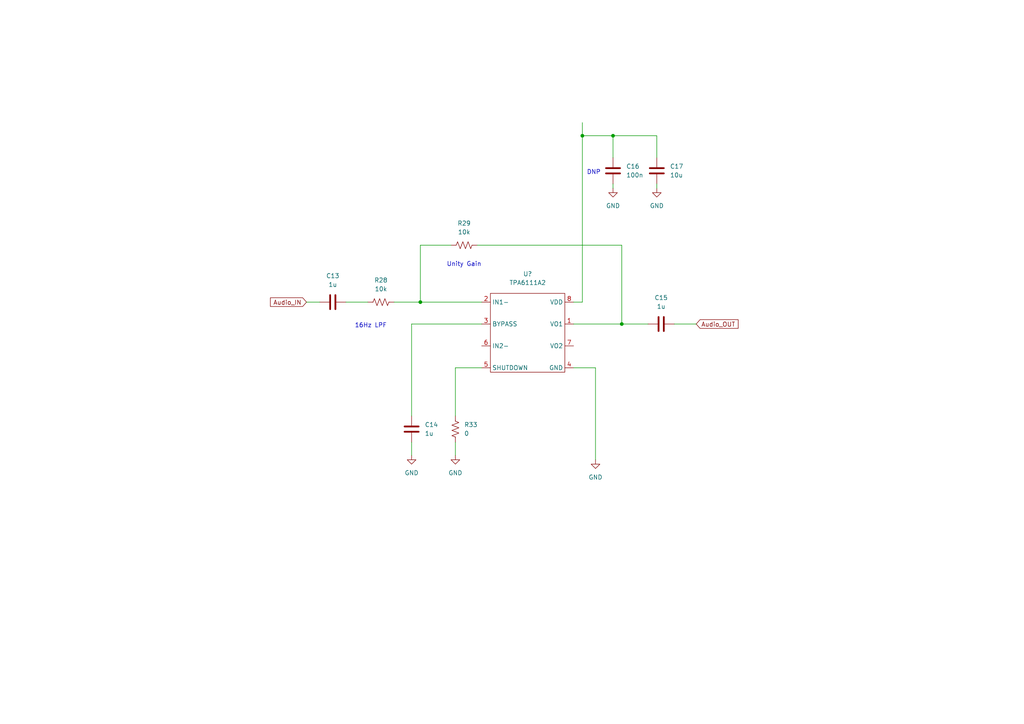
<source format=kicad_sch>
(kicad_sch (version 20211123) (generator eeschema)
  (paper "A4")
  (lib_symbols
    (symbol "Device:C" (pin_numbers hide) (pin_names (offset 0.254))
      (property "Reference" "C" (at 0.635 2.54 0))
      (property "Value" "C" (at 0.635 -2.54 0))
      (symbol "C_0_1"
        (polyline (pts (xy -2.032 -0.762) (xy 2.032 -0.762)) (stroke (width 0.508)))
        (polyline (pts (xy -2.032 0.762) (xy 2.032 0.762)) (stroke (width 0.508)))
      )
      (symbol "C_1_1"
        (pin passive line (at 0 3.81 270) (length 2.794) (name "~") (number "1"))
        (pin passive line (at 0 -3.81 90) (length 2.794) (name "~") (number "2"))
      )
    )
    (symbol "Device:R_US" (pin_numbers hide) (pin_names (offset 0))
      (property "Reference" "R" (at 2.54 0 90))
      (property "Value" "R_US" (at -2.54 0 90))
      (symbol "R_US_0_1"
        (polyline (pts (xy 0 -2.286) (xy 0 -2.54)))
        (polyline (pts (xy 0 2.286) (xy 0 2.54)))
        (polyline (pts (xy 0 -0.762) (xy 1.016 -1.143) (xy 0 -1.524) (xy -1.016 -1.905) (xy 0 -2.286)))
        (polyline (pts (xy 0 0.762) (xy 1.016 0.381) (xy 0 0) (xy -1.016 -0.381) (xy 0 -0.762)))
        (polyline (pts (xy 0 2.286) (xy 1.016 1.905) (xy 0 1.524) (xy -1.016 1.143) (xy 0 0.762)))
      )
      (symbol "R_US_1_1"
        (pin passive line (at 0 3.81 270) (length 1.27) (name "~") (number "1"))
        (pin passive line (at 0 -3.81 90) (length 1.27) (name "~") (number "2"))
      )
    )
    (symbol "TPA6111A2_Project:TPA6111A2"
      (property "Reference" "U" (at 3.81 26.67 0))
      (property "Value" "TPA6111A2" (at 7.62 24.13 0))
      (symbol "TPA6111A2_0_0"
        (pin passive line (at 26.67 13.97 180) (length 2.54) (name "VO1") (number "1"))
        (pin passive line (at 0 20.32 0) (length 2.54) (name "IN1-") (number "2"))
        (pin passive line (at 0 13.97 0) (length 2.54) (name "BYPASS") (number "3"))
        (pin passive line (at 26.67 1.27 180) (length 2.54) (name "GND") (number "4"))
        (pin passive line (at 0 1.27 0) (length 2.54) (name "SHUTDOWN") (number "5"))
        (pin passive line (at 0 7.62 0) (length 2.54) (name "IN2-") (number "6"))
        (pin passive line (at 26.67 7.62 180) (length 2.54) (name "VO2") (number "7"))
        (pin passive line (at 26.67 20.32 180) (length 2.54) (name "VDD") (number "8"))
      )
      (symbol "TPA6111A2_0_1"
        (rectangle (start 2.54 22.86) (end 24.13 0))
      )
    )
    (symbol "power:GND" (power) (pin_names (offset 0))
      (property "Value" "GND" (at 0 -3.81 0))
      (symbol "GND_0_1"
        (polyline (pts (xy 0 0) (xy 0 -1.27) (xy 1.27 -1.27) (xy 0 -2.54) (xy -1.27 -1.27) (xy 0 -1.27)))
      )
      (symbol "GND_1_1"
        (pin power_in line (at 0 0 270) (length 0) hide (name "GND") (number "1"))
      )
    )
  )
  (junction (at 180.34 93.98))
  (junction (at 121.92 87.63))
  (junction (at 177.8 39.37))
  (junction (at 168.91 39.37))
  (wire (pts (xy 195.58 93.98) (xy 201.93 93.98)))
  (wire (pts (xy 180.34 93.98) (xy 180.34 71.12)))
  (wire (pts (xy 166.37 106.68) (xy 172.72 106.68)))
  (wire (pts (xy 190.5 53.34) (xy 190.5 54.61)))
  (wire (pts (xy 114.3 87.63) (xy 121.92 87.63)))
  (wire (pts (xy 180.34 93.98) (xy 187.96 93.98)))
  (wire (pts (xy 132.08 128.27) (xy 132.08 132.08)))
  (wire (pts (xy 177.8 53.34) (xy 177.8 54.61)))
  (wire (pts (xy 172.72 106.68) (xy 172.72 133.35)))
  (wire (pts (xy 190.5 39.37) (xy 177.8 39.37)))
  (wire (pts (xy 166.37 87.63) (xy 168.91 87.63)))
  (wire (pts (xy 132.08 120.65) (xy 132.08 106.68)))
  (wire (pts (xy 119.38 93.98) (xy 139.7 93.98)))
  (wire (pts (xy 88.9 87.63) (xy 92.71 87.63)))
  (wire (pts (xy 121.92 87.63) (xy 139.7 87.63)))
  (wire (pts (xy 119.38 128.27) (xy 119.38 132.08)))
  (wire (pts (xy 132.08 106.68) (xy 139.7 106.68)))
  (wire (pts (xy 100.33 87.63) (xy 106.68 87.63)))
  (wire (pts (xy 121.92 71.12) (xy 121.92 87.63)))
  (wire (pts (xy 130.81 71.12) (xy 121.92 71.12)))
  (wire (pts (xy 166.37 93.98) (xy 180.34 93.98)))
  (wire (pts (xy 119.38 93.98) (xy 119.38 120.65)))
  (wire (pts (xy 168.91 35.56) (xy 168.91 39.37)))
  (wire (pts (xy 168.91 39.37) (xy 168.91 87.63)))
  (wire (pts (xy 180.34 71.12) (xy 138.43 71.12)))
  (wire (pts (xy 177.8 45.72) (xy 177.8 39.37)))
  (wire (pts (xy 190.5 45.72) (xy 190.5 39.37)))
  (wire (pts (xy 177.8 39.37) (xy 168.91 39.37)))
  (text "16Hz LPF" (at 102.87 95.25 0) (effects (font (size 1.27 1.27)) (justify left bottom)))
  (text "DNP" (at 170.18 50.8 0) (effects (font (size 1.27 1.27)) (justify left bottom)))
  (text "Unity Gain" (at 129.54 77.47 0) (effects (font (size 1.27 1.27)) (justify left bottom)))
  (global_label "Audio_OUT" (shape input) (at 201.93 93.98 0) (property "Intersheet References" "${INTERSHEET_REFS}" (effects hide)))
  (global_label "Audio_IN" (shape input) (at 88.9 87.63 180) (property "Intersheet References" "${INTERSHEET_REFS}" (effects hide)))
  (symbol (lib_id "Device:C") (at 119.38 124.46 0) (unit 1)
    (property "Reference" "C14" (at 123.19 123.1899 0) (effects (justify left)))
    (property "Value" "1u" (at 123.19 125.7299 0) (effects (justify left)))
  )
  (symbol (lib_id "Device:C") (at 96.52 87.63 90) (unit 1)
    (property "Reference" "C13" (at 96.52 80.01 90))
    (property "Value" "1u" (at 96.52 82.55 90))
  )
  (symbol (lib_id "Device:R_US") (at 134.62 71.12 90) (unit 1)
    (property "Reference" "R29" (at 134.62 64.77 90))
    (property "Value" "10k" (at 134.62 67.31 90))
  )
  (symbol (lib_id "power:GND") (at 132.08 132.08 0) (unit 1)
    (property "Reference" "#PWR?" (effects hide))
    (property "Value" "GND" (at 132.08 137.16 0))
  )
  (symbol (lib_id "Device:R_US") (at 132.08 124.46 0) (unit 1)
    (property "Reference" "R33" (at 134.62 123.1899 0) (effects (justify left)))
    (property "Value" "0" (at 134.62 125.7299 0) (effects (justify left)))
  )
  (symbol (lib_id "Device:R_US") (at 110.49 87.63 90) (unit 1)
    (property "Reference" "R28" (at 110.49 81.28 90))
    (property "Value" "10k" (at 110.49 83.82 90))
  )
  (symbol (lib_id "Device:C") (at 190.5 49.53 180) (unit 1)
    (property "Reference" "C17" (at 194.31 48.2599 0) (effects (justify right)))
    (property "Value" "10u" (at 194.31 50.7999 0) (effects (justify right)))
  )
  (symbol (lib_id "power:GND") (at 190.5 54.61 0) (unit 1)
    (property "Reference" "#PWR?" (effects hide))
    (property "Value" "GND" (at 190.5 59.69 0))
  )
  (symbol (lib_id "Device:C") (at 191.77 93.98 90) (unit 1)
    (property "Reference" "C15" (at 191.77 86.36 90))
    (property "Value" "1u" (at 191.77 88.9 90))
  )
  (symbol (lib_id "power:GND") (at 119.38 132.08 0) (unit 1)
    (property "Reference" "#PWR?" (effects hide))
    (property "Value" "GND" (at 119.38 137.16 0))
  )
  (symbol (lib_id "power:GND") (at 177.8 54.61 0) (unit 1)
    (property "Reference" "#PWR?" (effects hide))
    (property "Value" "GND" (at 177.8 59.69 0))
  )
  (symbol (lib_id "TPA6111A2_Project:TPA6111A2") (at 139.7 107.95 0) (unit 1)
    (property "Reference" "U?" (at 153.035 79.4512 0))
    (property "Value" "TPA6111A2" (at 153.035 81.9912 0))
  )
  (symbol (lib_id "Device:C") (at 177.8 49.53 180) (unit 1)
    (property "Reference" "C16" (at 181.61 48.2599 0) (effects (justify right)))
    (property "Value" "100n" (at 181.61 50.7999 0) (effects (justify right)))
  )
  (symbol (lib_id "power:GND") (at 172.72 133.35 0) (unit 1)
    (property "Reference" "#PWR?" (effects hide))
    (property "Value" "GND" (at 172.72 138.43 0))
  )
)
</source>
